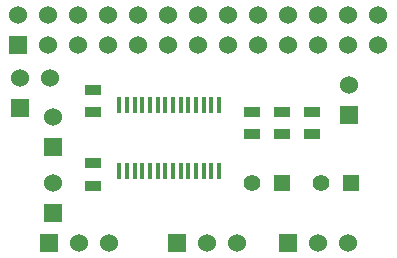
<source format=gts>
G04 (created by PCBNEW (2013-07-07 BZR 4022)-stable) date 11/27/2014 11:17:14 AM*
%MOIN*%
G04 Gerber Fmt 3.4, Leading zero omitted, Abs format*
%FSLAX34Y34*%
G01*
G70*
G90*
G04 APERTURE LIST*
%ADD10C,0.00590551*%
%ADD11R,0.06X0.06*%
%ADD12C,0.06*%
%ADD13R,0.055X0.035*%
%ADD14R,0.0165X0.0579*%
%ADD15R,0.055X0.055*%
%ADD16C,0.055*%
G04 APERTURE END LIST*
G54D10*
G54D11*
X18444Y-13728D03*
G54D12*
X18444Y-12728D03*
X19444Y-13728D03*
X19444Y-12728D03*
X20444Y-13728D03*
X20444Y-12728D03*
X21444Y-13728D03*
X21444Y-12728D03*
X22444Y-13728D03*
X22444Y-12728D03*
X23444Y-13728D03*
X23444Y-12728D03*
X24444Y-13728D03*
X24444Y-12728D03*
X25444Y-13728D03*
X25444Y-12728D03*
X26444Y-13728D03*
X26444Y-12728D03*
X27444Y-13728D03*
X27444Y-12728D03*
X28444Y-13728D03*
X28444Y-12728D03*
X29444Y-13728D03*
X29444Y-12728D03*
X30444Y-13728D03*
X30444Y-12728D03*
G54D11*
X27416Y-20311D03*
G54D12*
X28416Y-20311D03*
X29416Y-20311D03*
G54D13*
X28216Y-15936D03*
X28216Y-16686D03*
X20944Y-15965D03*
X20944Y-15215D03*
X20944Y-17656D03*
X20944Y-18406D03*
X27216Y-15936D03*
X27216Y-16686D03*
X26216Y-15936D03*
X26216Y-16686D03*
G54D11*
X23716Y-20311D03*
G54D12*
X24716Y-20311D03*
X25716Y-20311D03*
G54D11*
X19600Y-17100D03*
G54D12*
X19600Y-16100D03*
G54D11*
X19600Y-19300D03*
G54D12*
X19600Y-18300D03*
G54D11*
X19466Y-20311D03*
G54D12*
X20466Y-20311D03*
X21466Y-20311D03*
G54D11*
X29466Y-16061D03*
G54D12*
X29466Y-15061D03*
G54D14*
X23338Y-17913D03*
X23594Y-17913D03*
X23850Y-17913D03*
X24106Y-17913D03*
X22574Y-15711D03*
X22570Y-17913D03*
X22826Y-17913D03*
X23082Y-17913D03*
X24362Y-15709D03*
X24106Y-15709D03*
X23850Y-15709D03*
X23594Y-15709D03*
X23338Y-15709D03*
X23082Y-15709D03*
X24362Y-17913D03*
X22826Y-15711D03*
X22314Y-17913D03*
X24618Y-17913D03*
X24618Y-15709D03*
X22314Y-15709D03*
X22059Y-17913D03*
X24873Y-17913D03*
X24873Y-15709D03*
X22059Y-15709D03*
X21803Y-17913D03*
X25129Y-17913D03*
X25129Y-15709D03*
X21803Y-15709D03*
G54D15*
X29516Y-18311D03*
G54D16*
X28516Y-18311D03*
G54D15*
X27216Y-18311D03*
G54D16*
X26216Y-18311D03*
G54D11*
X18500Y-15800D03*
G54D12*
X18500Y-14800D03*
X19500Y-14800D03*
M02*

</source>
